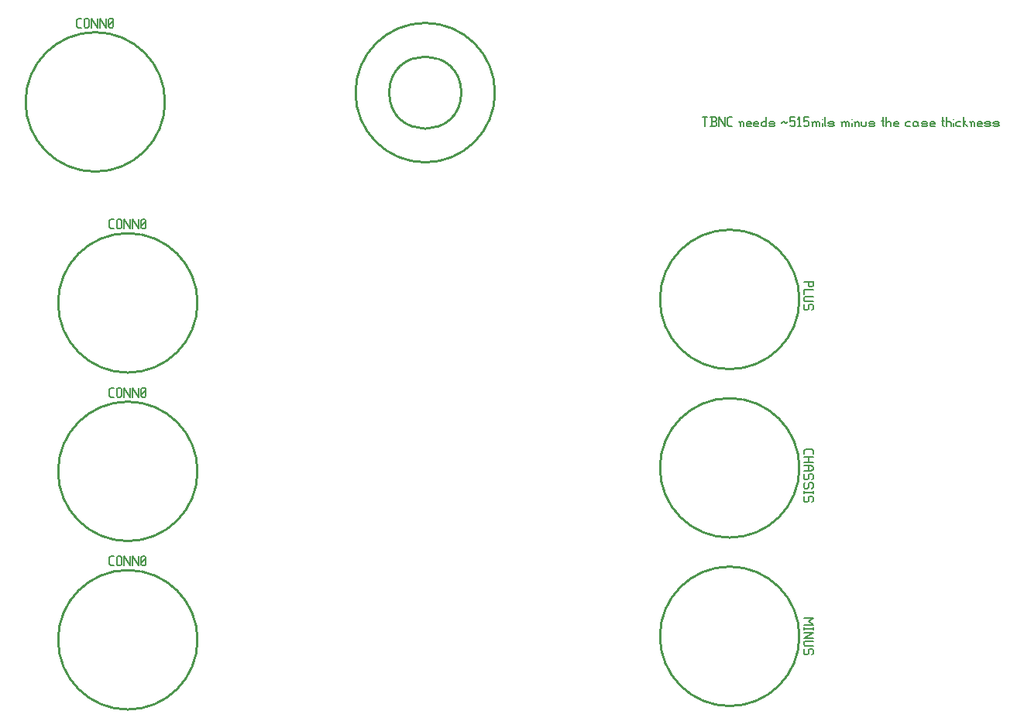
<source format=gto>
G04 start of page 2 for group 1 layer_idx 8 *
G04 Title: (unknown), top_silk *
G04 Creator: pcb-rnd 2.3.0 *
G04 CreationDate: 2021-04-07 02:04:45 UTC *
G04 For:  *
G04 Format: Gerber/RS-274X *
G04 PCB-Dimensions: 525000 770000 *
G04 PCB-Coordinate-Origin: lower left *
%MOIN*%
%FSLAX25Y25*%
%LNTOP_SILK_NONE_1*%
%ADD50C,0.0070*%
%ADD49C,0.0100*%
G54D49*X250500Y291000D02*G75*G03X220500Y321000I-30000J0D01*G01*
G75*G03X190500Y291000I0J-30000D01*G01*
X205000D02*G75*G03X236000Y291000I15500J0D01*G01*
G75*G03X205000Y291000I-15500J0D01*G01*
X220500Y261000D02*G75*G03X250500Y291000I0J30000D01*G01*
X190500D02*G75*G03X220500Y261000I30000J0D01*G01*
X122500Y200500D02*G75*G03X92500Y230500I-30000J0D01*G01*
Y170500D02*G75*G03X122500Y200500I0J30000D01*G01*
Y55500D02*G75*G03X92500Y85500I-30000J0D01*G01*
Y25500D02*G75*G03X122500Y55500I0J30000D01*G01*
Y128000D02*G75*G03X92500Y158000I-30000J0D01*G01*
Y98000D02*G75*G03X122500Y128000I0J30000D01*G01*
X62500Y55500D02*G75*G03X92500Y25500I30000J0D01*G01*
X351500Y27000D02*G75*G03X381500Y57000I0J30000D01*G01*
X321500D02*G75*G03X351500Y27000I30000J0D01*G01*
Y87000D02*G75*G03X321500Y57000I0J-30000D01*G01*
X381500D02*G75*G03X351500Y87000I-30000J0D01*G01*
X92500Y85500D02*G75*G03X62500Y55500I0J-30000D01*G01*
Y128000D02*G75*G03X92500Y98000I30000J0D01*G01*
Y158000D02*G75*G03X62500Y128000I0J-30000D01*G01*
Y200500D02*G75*G03X92500Y170500I30000J0D01*G01*
X321500Y202000D02*G75*G03X351500Y172000I30000J0D01*G01*
Y232000D02*G75*G03X321500Y202000I0J-30000D01*G01*
X351500Y172000D02*G75*G03X381500Y202000I0J30000D01*G01*
G75*G03X351500Y232000I-30000J0D01*G01*
Y99500D02*G75*G03X381500Y129500I0J30000D01*G01*
X321500D02*G75*G03X351500Y99500I30000J0D01*G01*
Y159500D02*G75*G03X321500Y129500I0J-30000D01*G01*
X381500D02*G75*G03X351500Y159500I-30000J0D01*G01*
X92500Y230500D02*G75*G03X62500Y200500I0J-30000D01*G01*
X108500Y287000D02*G75*G03X78500Y317000I-30000J0D01*G01*
Y257000D02*G75*G03X108500Y287000I0J30000D01*G01*
X48500D02*G75*G03X78500Y257000I30000J0D01*G01*
Y317000D02*G75*G03X48500Y287000I0J-30000D01*G01*
G54D50*X85200Y87500D02*X86500D01*
X84500Y88200D02*X85200Y87500D01*
X84500Y90800D02*Y88200D01*
Y90800D02*X85200Y91500D01*
X86500D01*
X87700Y91000D02*Y88000D01*
Y91000D02*X88200Y91500D01*
X89200D01*
X89700Y91000D01*
Y88000D01*
X89200Y87500D02*X89700Y88000D01*
X88200Y87500D02*X89200D01*
X87700Y88000D02*X88200Y87500D01*
X90900Y91500D02*Y87500D01*
Y91500D02*X93400Y87500D01*
Y91500D02*Y87500D01*
X94600Y91500D02*Y87500D01*
Y91500D02*X97100Y87500D01*
Y91500D02*Y87500D01*
X98300Y88000D02*X98800Y87500D01*
X98300Y91000D02*Y88000D01*
Y91000D02*X98800Y91500D01*
X99800D01*
X100300Y91000D01*
Y88000D01*
X99800Y87500D02*X100300Y88000D01*
X98800Y87500D02*X99800D01*
X98300Y88500D02*X100300Y90500D01*
X85200Y232500D02*X86500D01*
X84500Y233200D02*X85200Y232500D01*
X84500Y235800D02*Y233200D01*
Y235800D02*X85200Y236500D01*
X86500D01*
X87700Y236000D02*Y233000D01*
Y236000D02*X88200Y236500D01*
X89200D01*
X89700Y236000D01*
Y233000D01*
X89200Y232500D02*X89700Y233000D01*
X88200Y232500D02*X89200D01*
X87700Y233000D02*X88200Y232500D01*
X90900Y236500D02*Y232500D01*
Y236500D02*X93400Y232500D01*
Y236500D02*Y232500D01*
X94600Y236500D02*Y232500D01*
Y236500D02*X97100Y232500D01*
Y236500D02*Y232500D01*
X98300Y233000D02*X98800Y232500D01*
X98300Y236000D02*Y233000D01*
Y236000D02*X98800Y236500D01*
X99800D01*
X100300Y236000D01*
Y233000D01*
X99800Y232500D02*X100300Y233000D01*
X98800Y232500D02*X99800D01*
X98300Y233500D02*X100300Y235500D01*
X85200Y160000D02*X86500D01*
X84500Y160700D02*X85200Y160000D01*
X84500Y163300D02*Y160700D01*
Y163300D02*X85200Y164000D01*
X86500D01*
X87700Y163500D02*Y160500D01*
Y163500D02*X88200Y164000D01*
X89200D01*
X89700Y163500D01*
Y160500D01*
X89200Y160000D02*X89700Y160500D01*
X88200Y160000D02*X89200D01*
X87700Y160500D02*X88200Y160000D01*
X90900Y164000D02*Y160000D01*
Y164000D02*X93400Y160000D01*
Y164000D02*Y160000D01*
X94600Y164000D02*Y160000D01*
Y164000D02*X97100Y160000D01*
Y164000D02*Y160000D01*
X98300Y160500D02*X98800Y160000D01*
X98300Y163500D02*Y160500D01*
Y163500D02*X98800Y164000D01*
X99800D01*
X100300Y163500D01*
Y160500D01*
X99800Y160000D02*X100300Y160500D01*
X98800Y160000D02*X99800D01*
X98300Y161000D02*X100300Y163000D01*
X71200Y319000D02*X72500D01*
X70500Y319700D02*X71200Y319000D01*
X70500Y322300D02*Y319700D01*
Y322300D02*X71200Y323000D01*
X72500D01*
X73700Y322500D02*Y319500D01*
Y322500D02*X74200Y323000D01*
X75200D01*
X75700Y322500D01*
Y319500D01*
X75200Y319000D02*X75700Y319500D01*
X74200Y319000D02*X75200D01*
X73700Y319500D02*X74200Y319000D01*
X76900Y323000D02*Y319000D01*
Y323000D02*X79400Y319000D01*
Y323000D02*Y319000D01*
X80600Y323000D02*Y319000D01*
Y323000D02*X83100Y319000D01*
Y323000D02*Y319000D01*
X84300Y319500D02*X84800Y319000D01*
X84300Y322500D02*Y319500D01*
Y322500D02*X84800Y323000D01*
X85800D01*
X86300Y322500D01*
Y319500D01*
X85800Y319000D02*X86300Y319500D01*
X84800Y319000D02*X85800D01*
X84300Y320000D02*X86300Y322000D01*
X340000Y280500D02*X342000D01*
X341000D02*Y276500D01*
X343200D02*X345200D01*
X345700Y277000D01*
Y278200D02*Y277000D01*
X345200Y278700D02*X345700Y278200D01*
X343700Y278700D02*X345200D01*
X343700Y280500D02*Y276500D01*
X343200Y280500D02*X345200D01*
X345700Y280000D01*
Y279200D01*
X345200Y278700D02*X345700Y279200D01*
X346900Y280500D02*Y276500D01*
Y280500D02*X349400Y276500D01*
Y280500D02*Y276500D01*
X351300D02*X352600D01*
X350600Y277200D02*X351300Y276500D01*
X350600Y279800D02*Y277200D01*
Y279800D02*X351300Y280500D01*
X352600D01*
X356100Y278000D02*Y276500D01*
Y278000D02*X356600Y278500D01*
X357100D01*
X357600Y278000D01*
Y276500D01*
X355600Y278500D02*X356100Y278000D01*
X359300Y276500D02*X360800D01*
X358800Y277000D02*X359300Y276500D01*
X358800Y278000D02*Y277000D01*
Y278000D02*X359300Y278500D01*
X360300D01*
X360800Y278000D01*
X358800Y277500D02*X360800D01*
Y278000D01*
X362500Y276500D02*X364000D01*
X362000Y277000D02*X362500Y276500D01*
X362000Y278000D02*Y277000D01*
Y278000D02*X362500Y278500D01*
X363500D01*
X364000Y278000D01*
X362000Y277500D02*X364000D01*
Y278000D01*
X367200Y280500D02*Y276500D01*
X366700D02*X367200Y277000D01*
X365700Y276500D02*X366700D01*
X365200Y277000D02*X365700Y276500D01*
X365200Y278000D02*Y277000D01*
Y278000D02*X365700Y278500D01*
X366700D01*
X367200Y278000D01*
X368900Y276500D02*X370400D01*
X370900Y277000D01*
X370400Y277500D02*X370900Y277000D01*
X368900Y277500D02*X370400D01*
X368400Y278000D02*X368900Y277500D01*
X368400Y278000D02*X368900Y278500D01*
X370400D01*
X370900Y278000D01*
X368400Y277000D02*X368900Y276500D01*
X373900Y278000D02*X374400Y278500D01*
X374900D01*
X375400Y278000D01*
X375900D01*
X376400Y278500D01*
X377600Y280500D02*X379600D01*
X377600D02*Y278500D01*
X378100Y279000D01*
X379100D01*
X379600Y278500D01*
Y277000D01*
X379100Y276500D02*X379600Y277000D01*
X378100Y276500D02*X379100D01*
X377600Y277000D02*X378100Y276500D01*
X380800Y279700D02*X381600Y280500D01*
Y276500D01*
X380800D02*X382300D01*
X383500Y280500D02*X385500D01*
X383500D02*Y278500D01*
X384000Y279000D01*
X385000D01*
X385500Y278500D01*
Y277000D01*
X385000Y276500D02*X385500Y277000D01*
X384000Y276500D02*X385000D01*
X383500Y277000D02*X384000Y276500D01*
X387200Y278000D02*Y276500D01*
Y278000D02*X387700Y278500D01*
X388200D01*
X388700Y278000D01*
Y276500D01*
Y278000D02*X389200Y278500D01*
X389700D01*
X390200Y278000D01*
Y276500D01*
X386700Y278500D02*X387200Y278000D01*
X391400Y279500D02*Y279400D01*
Y278000D02*Y276500D01*
X392400Y280500D02*Y277000D01*
X392900Y276500D01*
X394400D02*X395900D01*
X396400Y277000D01*
X395900Y277500D02*X396400Y277000D01*
X394400Y277500D02*X395900D01*
X393900Y278000D02*X394400Y277500D01*
X393900Y278000D02*X394400Y278500D01*
X395900D01*
X396400Y278000D01*
X393900Y277000D02*X394400Y276500D01*
X399900Y278000D02*Y276500D01*
Y278000D02*X400400Y278500D01*
X400900D01*
X401400Y278000D01*
Y276500D01*
Y278000D02*X401900Y278500D01*
X402400D01*
X402900Y278000D01*
Y276500D01*
X399400Y278500D02*X399900Y278000D01*
X404100Y279500D02*Y279400D01*
Y278000D02*Y276500D01*
X405600Y278000D02*Y276500D01*
Y278000D02*X406100Y278500D01*
X406600D01*
X407100Y278000D01*
Y276500D01*
X405100Y278500D02*X405600Y278000D01*
X408300Y278500D02*Y277000D01*
X408800Y276500D01*
X409800D01*
X410300Y277000D01*
Y278500D02*Y277000D01*
X412000Y276500D02*X413500D01*
X414000Y277000D01*
X413500Y277500D02*X414000Y277000D01*
X412000Y277500D02*X413500D01*
X411500Y278000D02*X412000Y277500D01*
X411500Y278000D02*X412000Y278500D01*
X413500D01*
X414000Y278000D01*
X411500Y277000D02*X412000Y276500D01*
X417500Y280500D02*Y277000D01*
X418000Y276500D01*
X417000Y279000D02*X418000D01*
X419000Y280500D02*Y276500D01*
Y278000D02*X419500Y278500D01*
X420500D01*
X421000Y278000D01*
Y276500D01*
X422700D02*X424200D01*
X422200Y277000D02*X422700Y276500D01*
X422200Y278000D02*Y277000D01*
Y278000D02*X422700Y278500D01*
X423700D01*
X424200Y278000D01*
X422200Y277500D02*X424200D01*
Y278000D01*
X427700Y278500D02*X429200D01*
X427200Y278000D02*X427700Y278500D01*
X427200Y278000D02*Y277000D01*
X427700Y276500D01*
X429200D01*
X431900Y278500D02*X432400Y278000D01*
X430900Y278500D02*X431900D01*
X430400Y278000D02*X430900Y278500D01*
X430400Y278000D02*Y277000D01*
X430900Y276500D01*
X432400Y278500D02*Y277000D01*
X432900Y276500D01*
X430900D02*X431900D01*
X432400Y277000D01*
X434600Y276500D02*X436100D01*
X436600Y277000D01*
X436100Y277500D02*X436600Y277000D01*
X434600Y277500D02*X436100D01*
X434100Y278000D02*X434600Y277500D01*
X434100Y278000D02*X434600Y278500D01*
X436100D01*
X436600Y278000D01*
X434100Y277000D02*X434600Y276500D01*
X438300D02*X439800D01*
X437800Y277000D02*X438300Y276500D01*
X437800Y278000D02*Y277000D01*
Y278000D02*X438300Y278500D01*
X439300D01*
X439800Y278000D01*
X437800Y277500D02*X439800D01*
Y278000D01*
X443300Y280500D02*Y277000D01*
X443800Y276500D01*
X442800Y279000D02*X443800D01*
X444800Y280500D02*Y276500D01*
Y278000D02*X445300Y278500D01*
X446300D01*
X446800Y278000D01*
Y276500D01*
X448000Y279500D02*Y279400D01*
Y278000D02*Y276500D01*
X449500Y278500D02*X451000D01*
X449000Y278000D02*X449500Y278500D01*
X449000Y278000D02*Y277000D01*
X449500Y276500D01*
X451000D01*
X452200Y280500D02*Y276500D01*
Y278000D02*X453700Y276500D01*
X452200Y278000D02*X453200Y279000D01*
X455400Y278000D02*Y276500D01*
Y278000D02*X455900Y278500D01*
X456400D01*
X456900Y278000D01*
Y276500D01*
X454900Y278500D02*X455400Y278000D01*
X458600Y276500D02*X460100D01*
X458100Y277000D02*X458600Y276500D01*
X458100Y278000D02*Y277000D01*
Y278000D02*X458600Y278500D01*
X459600D01*
X460100Y278000D01*
X458100Y277500D02*X460100D01*
Y278000D01*
X461800Y276500D02*X463300D01*
X463800Y277000D01*
X463300Y277500D02*X463800Y277000D01*
X461800Y277500D02*X463300D01*
X461300Y278000D02*X461800Y277500D01*
X461300Y278000D02*X461800Y278500D01*
X463300D01*
X463800Y278000D01*
X461300Y277000D02*X461800Y276500D01*
X465500D02*X467000D01*
X467500Y277000D01*
X467000Y277500D02*X467500Y277000D01*
X465500Y277500D02*X467000D01*
X465000Y278000D02*X465500Y277500D01*
X465000Y278000D02*X465500Y278500D01*
X467000D01*
X467500Y278000D01*
X465000Y277000D02*X465500Y276500D01*
X387500Y209500D02*X383500D01*
X387500Y210000D02*Y208000D01*
X387000Y207500D01*
X386000D01*
X385500Y208000D02*X386000Y207500D01*
X385500Y209500D02*Y208000D01*
X387500Y206300D02*X383500D01*
Y204300D01*
X387500Y203100D02*X384000D01*
X383500Y202600D01*
Y201600D01*
X384000Y201100D01*
X387500D02*X384000D01*
X387500Y197900D02*X387000Y197400D01*
X387500Y199400D02*Y197900D01*
X387000Y199900D02*X387500Y199400D01*
X387000Y199900D02*X386000D01*
X385500Y199400D01*
Y197900D01*
X385000Y197400D01*
X384000D01*
X383500Y197900D02*X384000Y197400D01*
X383500Y199400D02*Y197900D01*
X384000Y199900D02*X383500Y199400D01*
Y136800D02*Y135500D01*
X384200Y137500D02*X383500Y136800D01*
X386800Y137500D02*X384200D01*
X386800D02*X387500Y136800D01*
Y135500D01*
Y134300D02*X383500D01*
X387500Y131800D02*X383500D01*
X385500Y134300D02*Y131800D01*
X386500Y130600D02*X383500D01*
X386500D02*X387500Y129900D01*
Y128800D01*
X386500Y128100D01*
X383500D01*
X385500Y130600D02*Y128100D01*
X387500Y124900D02*X387000Y124400D01*
X387500Y126400D02*Y124900D01*
X387000Y126900D02*X387500Y126400D01*
X387000Y126900D02*X386000D01*
X385500Y126400D01*
Y124900D01*
X385000Y124400D01*
X384000D01*
X383500Y124900D02*X384000Y124400D01*
X383500Y126400D02*Y124900D01*
X384000Y126900D02*X383500Y126400D01*
X387500Y121200D02*X387000Y120700D01*
X387500Y122700D02*Y121200D01*
X387000Y123200D02*X387500Y122700D01*
X387000Y123200D02*X386000D01*
X385500Y122700D01*
Y121200D01*
X385000Y120700D01*
X384000D01*
X383500Y121200D02*X384000Y120700D01*
X383500Y122700D02*Y121200D01*
X384000Y123200D02*X383500Y122700D01*
X387500Y119500D02*Y118500D01*
Y119000D02*X383500D01*
Y119500D02*Y118500D01*
X387500Y115300D02*X387000Y114800D01*
X387500Y116800D02*Y115300D01*
X387000Y117300D02*X387500Y116800D01*
X387000Y117300D02*X386000D01*
X385500Y116800D01*
Y115300D01*
X385000Y114800D01*
X384000D01*
X383500Y115300D02*X384000Y114800D01*
X383500Y116800D02*Y115300D01*
X384000Y117300D02*X383500Y116800D01*
X387500Y65000D02*X383500D01*
X387500D02*X385500Y63500D01*
X387500Y62000D01*
X383500D01*
X387500Y60800D02*Y59800D01*
Y60300D02*X383500D01*
Y60800D02*Y59800D01*
X387500Y58600D02*X383500D01*
X387500D02*X383500Y56100D01*
X387500D02*X383500D01*
X387500Y54900D02*X384000D01*
X383500Y54400D01*
Y53400D01*
X384000Y52900D01*
X387500D02*X384000D01*
X387500Y49700D02*X387000Y49200D01*
X387500Y51200D02*Y49700D01*
X387000Y51700D02*X387500Y51200D01*
X387000Y51700D02*X386000D01*
X385500Y51200D01*
Y49700D01*
X385000Y49200D01*
X384000D01*
X383500Y49700D02*X384000Y49200D01*
X383500Y51200D02*Y49700D01*
X384000Y51700D02*X383500Y51200D01*
M02*

</source>
